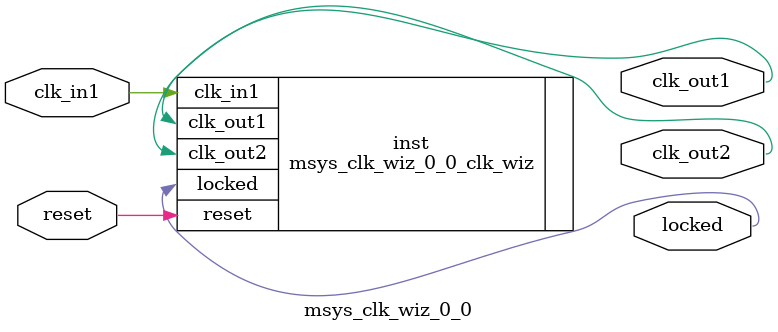
<source format=v>


`timescale 1ps/1ps

(* CORE_GENERATION_INFO = "msys_clk_wiz_0_0,clk_wiz_v6_0_13_0_0,{component_name=msys_clk_wiz_0_0,use_phase_alignment=true,use_min_o_jitter=false,use_max_i_jitter=false,use_dyn_phase_shift=false,use_inclk_switchover=false,use_dyn_reconfig=false,enable_axi=0,feedback_source=FDBK_AUTO,PRIMITIVE=MMCM,num_out_clk=2,clkin1_period=10.000,clkin2_period=10.000,use_power_down=false,use_reset=true,use_locked=true,use_inclk_stopped=false,feedback_type=SINGLE,CLOCK_MGR_TYPE=NA,manual_override=false}" *)

module msys_clk_wiz_0_0 
 (
  // Clock out ports
  output        clk_out1,
  output        clk_out2,
  // Status and control signals
  input         reset,
  output        locked,
 // Clock in ports
  input         clk_in1
 );

  msys_clk_wiz_0_0_clk_wiz inst
  (
  // Clock out ports  
  .clk_out1(clk_out1),
  .clk_out2(clk_out2),
  // Status and control signals               
  .reset(reset), 
  .locked(locked),
 // Clock in ports
  .clk_in1(clk_in1)
  );

endmodule

</source>
